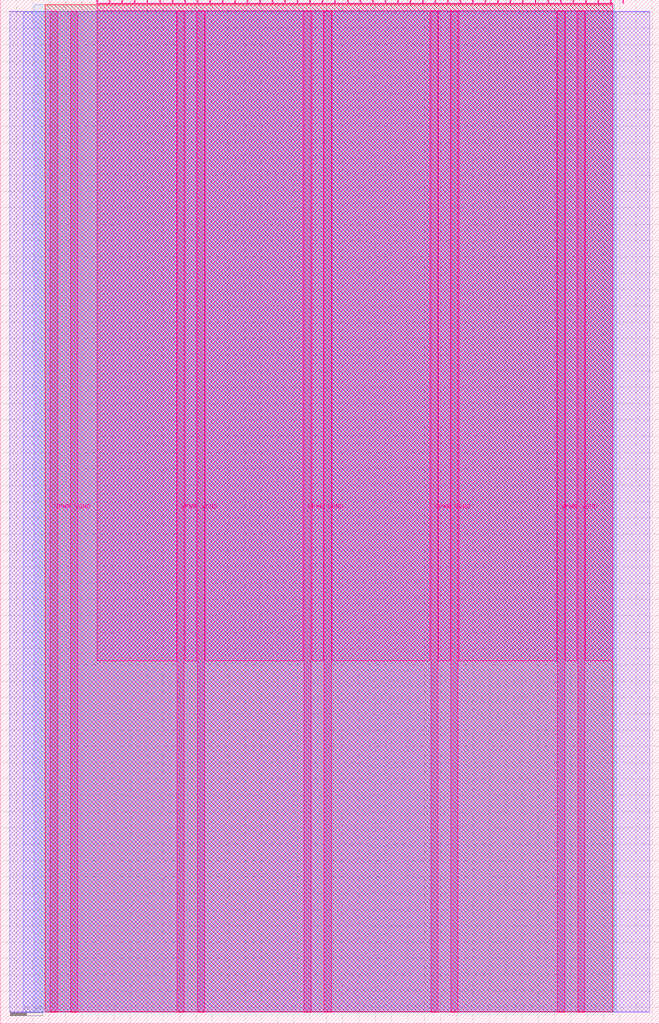
<source format=lef>
VERSION 5.7 ;
  NOWIREEXTENSIONATPIN ON ;
  DIVIDERCHAR "/" ;
  BUSBITCHARS "[]" ;
MACRO tt_um_ds_comp_adc
  CLASS BLOCK ;
  FOREIGN tt_um_ds_comp_adc ;
  ORIGIN 0.000 0.000 ;
  SIZE 202.080 BY 313.740 ;
  PIN VGND
    DIRECTION INOUT ;
    USE GROUND ;
    PORT
      LAYER Metal5 ;
        RECT 21.580 3.560 23.780 310.180 ;
    END
    PORT
      LAYER Metal5 ;
        RECT 60.450 3.560 62.650 310.180 ;
    END
    PORT
      LAYER Metal5 ;
        RECT 99.320 3.560 101.520 310.180 ;
    END
    PORT
      LAYER Metal5 ;
        RECT 138.190 3.560 140.390 310.180 ;
    END
    PORT
      LAYER Metal5 ;
        RECT 177.060 3.560 179.260 310.180 ;
    END
  END VGND
  PIN VPWR
    DIRECTION INOUT ;
    USE POWER ;
    PORT
      LAYER Metal5 ;
        RECT 15.380 3.560 17.580 310.180 ;
    END
    PORT
      LAYER Metal5 ;
        RECT 54.250 3.560 56.450 310.180 ;
    END
    PORT
      LAYER Metal5 ;
        RECT 93.120 3.560 95.320 310.180 ;
    END
    PORT
      LAYER Metal5 ;
        RECT 131.990 3.560 134.190 310.180 ;
    END
    PORT
      LAYER Metal5 ;
        RECT 170.860 3.560 173.060 310.180 ;
    END
  END VPWR
  PIN clk
    DIRECTION INPUT ;
    USE SIGNAL ;
    ANTENNAGATEAREA 3.255200 ;
    ANTENNADIFFAREA 10.077000 ;
    PORT
      LAYER Metal5 ;
        RECT 187.050 312.740 187.350 313.740 ;
    END
  END clk
  PIN ena
    DIRECTION INPUT ;
    USE SIGNAL ;
    PORT
      LAYER Metal5 ;
        RECT 190.890 312.740 191.190 313.740 ;
    END
  END ena
  PIN rst_n
    DIRECTION INPUT ;
    USE SIGNAL ;
    ANTENNAGATEAREA 0.527800 ;
    PORT
      LAYER Metal5 ;
        RECT 183.210 312.740 183.510 313.740 ;
    END
  END rst_n
  PIN ui_in[0]
    DIRECTION INPUT ;
    USE SIGNAL ;
    ANTENNAGATEAREA 0.180700 ;
    PORT
      LAYER Metal5 ;
        RECT 179.370 312.740 179.670 313.740 ;
    END
  END ui_in[0]
  PIN ui_in[1]
    DIRECTION INPUT ;
    USE SIGNAL ;
    ANTENNAGATEAREA 0.213200 ;
    PORT
      LAYER Metal5 ;
        RECT 175.530 312.740 175.830 313.740 ;
    END
  END ui_in[1]
  PIN ui_in[2]
    DIRECTION INPUT ;
    USE SIGNAL ;
    PORT
      LAYER Metal5 ;
        RECT 171.690 312.740 171.990 313.740 ;
    END
  END ui_in[2]
  PIN ui_in[3]
    DIRECTION INPUT ;
    USE SIGNAL ;
    PORT
      LAYER Metal5 ;
        RECT 167.850 312.740 168.150 313.740 ;
    END
  END ui_in[3]
  PIN ui_in[4]
    DIRECTION INPUT ;
    USE SIGNAL ;
    PORT
      LAYER Metal5 ;
        RECT 164.010 312.740 164.310 313.740 ;
    END
  END ui_in[4]
  PIN ui_in[5]
    DIRECTION INPUT ;
    USE SIGNAL ;
    PORT
      LAYER Metal5 ;
        RECT 160.170 312.740 160.470 313.740 ;
    END
  END ui_in[5]
  PIN ui_in[6]
    DIRECTION INPUT ;
    USE SIGNAL ;
    PORT
      LAYER Metal5 ;
        RECT 156.330 312.740 156.630 313.740 ;
    END
  END ui_in[6]
  PIN ui_in[7]
    DIRECTION INPUT ;
    USE SIGNAL ;
    ANTENNAGATEAREA 0.314600 ;
    PORT
      LAYER Metal5 ;
        RECT 152.490 312.740 152.790 313.740 ;
    END
  END ui_in[7]
  PIN uio_in[0]
    DIRECTION INPUT ;
    USE SIGNAL ;
    PORT
      LAYER Metal5 ;
        RECT 148.650 312.740 148.950 313.740 ;
    END
  END uio_in[0]
  PIN uio_in[1]
    DIRECTION INPUT ;
    USE SIGNAL ;
    PORT
      LAYER Metal5 ;
        RECT 144.810 312.740 145.110 313.740 ;
    END
  END uio_in[1]
  PIN uio_in[2]
    DIRECTION INPUT ;
    USE SIGNAL ;
    PORT
      LAYER Metal5 ;
        RECT 140.970 312.740 141.270 313.740 ;
    END
  END uio_in[2]
  PIN uio_in[3]
    DIRECTION INPUT ;
    USE SIGNAL ;
    PORT
      LAYER Metal5 ;
        RECT 137.130 312.740 137.430 313.740 ;
    END
  END uio_in[3]
  PIN uio_in[4]
    DIRECTION INPUT ;
    USE SIGNAL ;
    PORT
      LAYER Metal5 ;
        RECT 133.290 312.740 133.590 313.740 ;
    END
  END uio_in[4]
  PIN uio_in[5]
    DIRECTION INPUT ;
    USE SIGNAL ;
    PORT
      LAYER Metal5 ;
        RECT 129.450 312.740 129.750 313.740 ;
    END
  END uio_in[5]
  PIN uio_in[6]
    DIRECTION INPUT ;
    USE SIGNAL ;
    PORT
      LAYER Metal5 ;
        RECT 125.610 312.740 125.910 313.740 ;
    END
  END uio_in[6]
  PIN uio_in[7]
    DIRECTION INPUT ;
    USE SIGNAL ;
    PORT
      LAYER Metal5 ;
        RECT 121.770 312.740 122.070 313.740 ;
    END
  END uio_in[7]
  PIN uio_oe[0]
    DIRECTION OUTPUT ;
    USE SIGNAL ;
    ANTENNADIFFAREA 0.299200 ;
    PORT
      LAYER Metal5 ;
        RECT 56.490 312.740 56.790 313.740 ;
    END
  END uio_oe[0]
  PIN uio_oe[1]
    DIRECTION OUTPUT ;
    USE SIGNAL ;
    ANTENNADIFFAREA 0.299200 ;
    PORT
      LAYER Metal5 ;
        RECT 52.650 312.740 52.950 313.740 ;
    END
  END uio_oe[1]
  PIN uio_oe[2]
    DIRECTION OUTPUT ;
    USE SIGNAL ;
    ANTENNADIFFAREA 0.299200 ;
    PORT
      LAYER Metal5 ;
        RECT 48.810 312.740 49.110 313.740 ;
    END
  END uio_oe[2]
  PIN uio_oe[3]
    DIRECTION OUTPUT ;
    USE SIGNAL ;
    ANTENNADIFFAREA 0.299200 ;
    PORT
      LAYER Metal5 ;
        RECT 44.970 312.740 45.270 313.740 ;
    END
  END uio_oe[3]
  PIN uio_oe[4]
    DIRECTION OUTPUT ;
    USE SIGNAL ;
    ANTENNADIFFAREA 0.299200 ;
    PORT
      LAYER Metal5 ;
        RECT 41.130 312.740 41.430 313.740 ;
    END
  END uio_oe[4]
  PIN uio_oe[5]
    DIRECTION OUTPUT ;
    USE SIGNAL ;
    ANTENNADIFFAREA 0.299200 ;
    PORT
      LAYER Metal5 ;
        RECT 37.290 312.740 37.590 313.740 ;
    END
  END uio_oe[5]
  PIN uio_oe[6]
    DIRECTION OUTPUT ;
    USE SIGNAL ;
    ANTENNADIFFAREA 0.299200 ;
    PORT
      LAYER Metal5 ;
        RECT 33.450 312.740 33.750 313.740 ;
    END
  END uio_oe[6]
  PIN uio_oe[7]
    DIRECTION OUTPUT ;
    USE SIGNAL ;
    ANTENNADIFFAREA 0.299200 ;
    PORT
      LAYER Metal5 ;
        RECT 29.610 312.740 29.910 313.740 ;
    END
  END uio_oe[7]
  PIN uio_out[0]
    DIRECTION OUTPUT ;
    USE SIGNAL ;
    ANTENNADIFFAREA 0.299200 ;
    PORT
      LAYER Metal5 ;
        RECT 87.210 312.740 87.510 313.740 ;
    END
  END uio_out[0]
  PIN uio_out[1]
    DIRECTION OUTPUT ;
    USE SIGNAL ;
    ANTENNADIFFAREA 0.299200 ;
    PORT
      LAYER Metal5 ;
        RECT 83.370 312.740 83.670 313.740 ;
    END
  END uio_out[1]
  PIN uio_out[2]
    DIRECTION OUTPUT ;
    USE SIGNAL ;
    ANTENNADIFFAREA 0.299200 ;
    PORT
      LAYER Metal5 ;
        RECT 79.530 312.740 79.830 313.740 ;
    END
  END uio_out[2]
  PIN uio_out[3]
    DIRECTION OUTPUT ;
    USE SIGNAL ;
    ANTENNADIFFAREA 0.299200 ;
    PORT
      LAYER Metal5 ;
        RECT 75.690 312.740 75.990 313.740 ;
    END
  END uio_out[3]
  PIN uio_out[4]
    DIRECTION OUTPUT ;
    USE SIGNAL ;
    ANTENNADIFFAREA 0.299200 ;
    PORT
      LAYER Metal5 ;
        RECT 71.850 312.740 72.150 313.740 ;
    END
  END uio_out[4]
  PIN uio_out[5]
    DIRECTION OUTPUT ;
    USE SIGNAL ;
    ANTENNADIFFAREA 0.299200 ;
    PORT
      LAYER Metal5 ;
        RECT 68.010 312.740 68.310 313.740 ;
    END
  END uio_out[5]
  PIN uio_out[6]
    DIRECTION OUTPUT ;
    USE SIGNAL ;
    ANTENNADIFFAREA 0.299200 ;
    PORT
      LAYER Metal5 ;
        RECT 64.170 312.740 64.470 313.740 ;
    END
  END uio_out[6]
  PIN uio_out[7]
    DIRECTION OUTPUT ;
    USE SIGNAL ;
    ANTENNADIFFAREA 0.299200 ;
    PORT
      LAYER Metal5 ;
        RECT 60.330 312.740 60.630 313.740 ;
    END
  END uio_out[7]
  PIN uo_out[0]
    DIRECTION OUTPUT ;
    USE SIGNAL ;
    ANTENNADIFFAREA 0.706800 ;
    PORT
      LAYER Metal5 ;
        RECT 117.930 312.740 118.230 313.740 ;
    END
  END uo_out[0]
  PIN uo_out[1]
    DIRECTION OUTPUT ;
    USE SIGNAL ;
    ANTENNADIFFAREA 0.706800 ;
    PORT
      LAYER Metal5 ;
        RECT 114.090 312.740 114.390 313.740 ;
    END
  END uo_out[1]
  PIN uo_out[2]
    DIRECTION OUTPUT ;
    USE SIGNAL ;
    ANTENNADIFFAREA 0.654800 ;
    PORT
      LAYER Metal5 ;
        RECT 110.250 312.740 110.550 313.740 ;
    END
  END uo_out[2]
  PIN uo_out[3]
    DIRECTION OUTPUT ;
    USE SIGNAL ;
    ANTENNADIFFAREA 0.654800 ;
    PORT
      LAYER Metal5 ;
        RECT 106.410 312.740 106.710 313.740 ;
    END
  END uo_out[3]
  PIN uo_out[4]
    DIRECTION OUTPUT ;
    USE SIGNAL ;
    ANTENNADIFFAREA 0.654800 ;
    PORT
      LAYER Metal5 ;
        RECT 102.570 312.740 102.870 313.740 ;
    END
  END uo_out[4]
  PIN uo_out[5]
    DIRECTION OUTPUT ;
    USE SIGNAL ;
    ANTENNADIFFAREA 0.654800 ;
    PORT
      LAYER Metal5 ;
        RECT 98.730 312.740 99.030 313.740 ;
    END
  END uo_out[5]
  PIN uo_out[6]
    DIRECTION OUTPUT ;
    USE SIGNAL ;
    ANTENNADIFFAREA 0.654800 ;
    PORT
      LAYER Metal5 ;
        RECT 94.890 312.740 95.190 313.740 ;
    END
  END uo_out[6]
  PIN uo_out[7]
    DIRECTION OUTPUT ;
    USE SIGNAL ;
    ANTENNADIFFAREA 0.654800 ;
    PORT
      LAYER Metal5 ;
        RECT 91.050 312.740 91.350 313.740 ;
    END
  END uo_out[7]
  OBS
      LAYER GatPoly ;
        RECT 2.880 3.630 199.200 310.110 ;
      LAYER Metal1 ;
        RECT 2.880 3.560 199.200 310.180 ;
      LAYER Metal2 ;
        RECT 7.055 3.680 188.915 310.060 ;
      LAYER Metal3 ;
        RECT 10.460 3.635 188.260 312.205 ;
      LAYER Metal4 ;
        RECT 13.775 3.680 187.825 312.160 ;
      LAYER Metal5 ;
        RECT 30.120 312.530 33.240 312.740 ;
        RECT 33.960 312.530 37.080 312.740 ;
        RECT 37.800 312.530 40.920 312.740 ;
        RECT 41.640 312.530 44.760 312.740 ;
        RECT 45.480 312.530 48.600 312.740 ;
        RECT 49.320 312.530 52.440 312.740 ;
        RECT 53.160 312.530 56.280 312.740 ;
        RECT 57.000 312.530 60.120 312.740 ;
        RECT 60.840 312.530 63.960 312.740 ;
        RECT 64.680 312.530 67.800 312.740 ;
        RECT 68.520 312.530 71.640 312.740 ;
        RECT 72.360 312.530 75.480 312.740 ;
        RECT 76.200 312.530 79.320 312.740 ;
        RECT 80.040 312.530 83.160 312.740 ;
        RECT 83.880 312.530 87.000 312.740 ;
        RECT 87.720 312.530 90.840 312.740 ;
        RECT 91.560 312.530 94.680 312.740 ;
        RECT 95.400 312.530 98.520 312.740 ;
        RECT 99.240 312.530 102.360 312.740 ;
        RECT 103.080 312.530 106.200 312.740 ;
        RECT 106.920 312.530 110.040 312.740 ;
        RECT 110.760 312.530 113.880 312.740 ;
        RECT 114.600 312.530 117.720 312.740 ;
        RECT 118.440 312.530 121.560 312.740 ;
        RECT 122.280 312.530 125.400 312.740 ;
        RECT 126.120 312.530 129.240 312.740 ;
        RECT 129.960 312.530 133.080 312.740 ;
        RECT 133.800 312.530 136.920 312.740 ;
        RECT 137.640 312.530 140.760 312.740 ;
        RECT 141.480 312.530 144.600 312.740 ;
        RECT 145.320 312.530 148.440 312.740 ;
        RECT 149.160 312.530 152.280 312.740 ;
        RECT 153.000 312.530 156.120 312.740 ;
        RECT 156.840 312.530 159.960 312.740 ;
        RECT 160.680 312.530 163.800 312.740 ;
        RECT 164.520 312.530 167.640 312.740 ;
        RECT 168.360 312.530 171.480 312.740 ;
        RECT 172.200 312.530 175.320 312.740 ;
        RECT 176.040 312.530 179.160 312.740 ;
        RECT 179.880 312.530 183.000 312.740 ;
        RECT 183.720 312.530 186.840 312.740 ;
        RECT 187.560 312.530 187.780 312.740 ;
        RECT 29.660 310.390 187.780 312.530 ;
        RECT 29.660 111.155 54.040 310.390 ;
        RECT 56.660 111.155 60.240 310.390 ;
        RECT 62.860 111.155 92.910 310.390 ;
        RECT 95.530 111.155 99.110 310.390 ;
        RECT 101.730 111.155 131.780 310.390 ;
        RECT 134.400 111.155 137.980 310.390 ;
        RECT 140.600 111.155 170.650 310.390 ;
        RECT 173.270 111.155 176.850 310.390 ;
        RECT 179.470 111.155 187.780 310.390 ;
  END
END tt_um_ds_comp_adc
END LIBRARY


</source>
